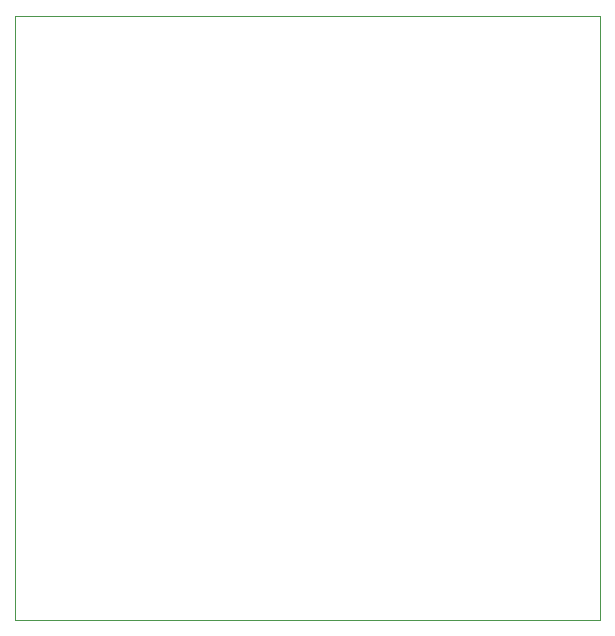
<source format=gm1>
G04 #@! TF.GenerationSoftware,KiCad,Pcbnew,(6.0.1)*
G04 #@! TF.CreationDate,2022-08-31T10:29:56-04:00*
G04 #@! TF.ProjectId,ITX-SWLEDs,4954582d-5357-44c4-9544-732e6b696361,1*
G04 #@! TF.SameCoordinates,Original*
G04 #@! TF.FileFunction,Profile,NP*
%FSLAX46Y46*%
G04 Gerber Fmt 4.6, Leading zero omitted, Abs format (unit mm)*
G04 Created by KiCad (PCBNEW (6.0.1)) date 2022-08-31 10:29:56*
%MOMM*%
%LPD*%
G01*
G04 APERTURE LIST*
G04 #@! TA.AperFunction,Profile*
%ADD10C,0.100000*%
G04 #@! TD*
G04 APERTURE END LIST*
D10*
X103124000Y-50800000D02*
X152654000Y-50800000D01*
X152654000Y-50800000D02*
X152654000Y-101981000D01*
X152654000Y-101981000D02*
X103124000Y-101981000D01*
X103124000Y-101981000D02*
X103124000Y-50800000D01*
M02*

</source>
